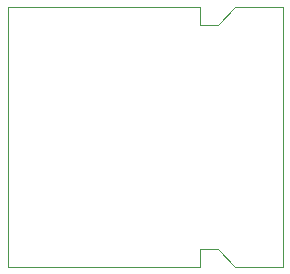
<source format=gbr>
%TF.GenerationSoftware,KiCad,Pcbnew,7.0.5-4d25ed1034~172~ubuntu22.04.1*%
%TF.CreationDate,2023-06-13T21:53:17+03:00*%
%TF.ProjectId,SolderPlate_Control,536f6c64-6572-4506-9c61-74655f436f6e,rev?*%
%TF.SameCoordinates,Original*%
%TF.FileFunction,Profile,NP*%
%FSLAX46Y46*%
G04 Gerber Fmt 4.6, Leading zero omitted, Abs format (unit mm)*
G04 Created by KiCad (PCBNEW 7.0.5-4d25ed1034~172~ubuntu22.04.1) date 2023-06-13 21:53:17*
%MOMM*%
%LPD*%
G01*
G04 APERTURE LIST*
%TA.AperFunction,Profile*%
%ADD10C,0.100000*%
%TD*%
G04 APERTURE END LIST*
D10*
X19300000Y22000000D02*
X17800000Y20500000D01*
X0Y22000000D02*
X16300000Y22000000D01*
X23300000Y0D02*
X19300000Y0D01*
X16300000Y0D02*
X16300000Y1500000D01*
X17800000Y1500000D02*
X19300000Y0D01*
X16300000Y1500000D02*
X17800000Y1500000D01*
X23300000Y22000000D02*
X23300000Y0D01*
X19300000Y22000000D02*
X23300000Y22000000D01*
X16300000Y20500000D02*
X17800000Y20500000D01*
X0Y22000000D02*
X0Y0D01*
X16300000Y22000000D02*
X16300000Y20500000D01*
X0Y0D02*
X16300000Y0D01*
M02*

</source>
